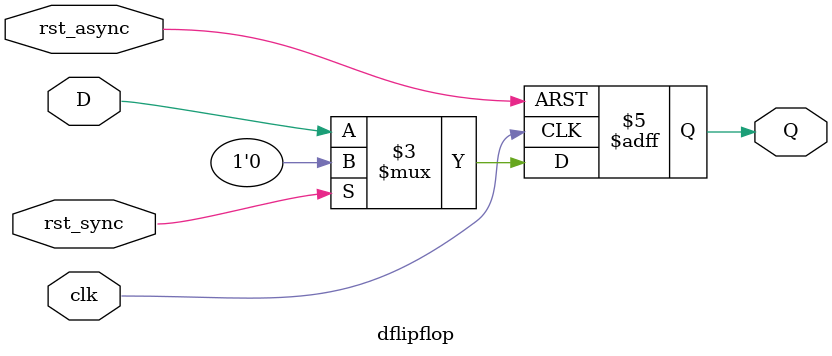
<source format=v>
module dflipflop (
    input wire clk,        //clock in
    input wire rst_async,  //asyn reset 
    input wire rst_sync,   //sync reset 
    input wire D,          //data in
    output reg Q           //data out
);
always @(posedge clk or posedge rst_async) begin
    if (rst_async) 
        Q <= 1'b0;        //reset imm
    else if (rst_sync) 
        Q <= 1'b0;        //Or reset ce
    else 
        Q <= D;           //Or normal op
end

endmodule
</source>
